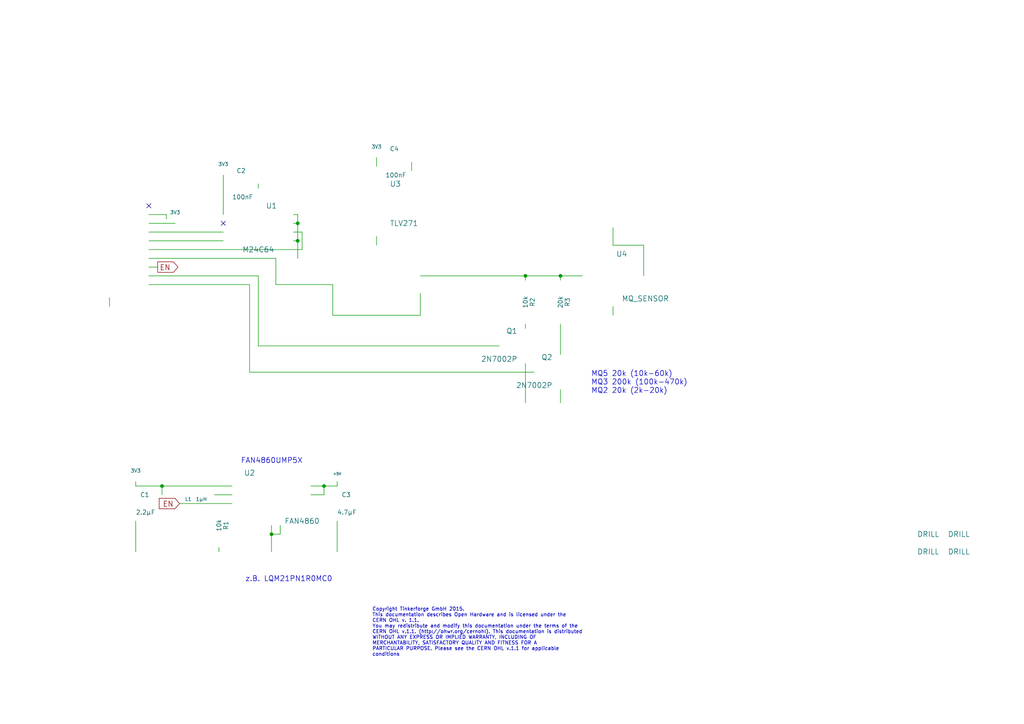
<source format=kicad_sch>
(kicad_sch (version 20230121) (generator eeschema)
  (paper "A4")
  (title_block (title "Gas") (date "02 Mär 2015") (rev "1.0") (company "Tinkerforge GmbH") (comment 1 "Licensed under CERN OHL v.1.1") (comment 2 "Copyright (©) 2015, B.Nordmeyer <bastian@tinkerforge.com>"))
  (lib_symbols)
  (junction (at 93.98 140.97))
  (junction (at 86.36 64.77))
  (junction (at 46.99 140.97))
  (junction (at 86.36 69.85))
  (junction (at 162.56 80.01))
  (junction (at 78.74 154.94))
  (junction (at 152.4 80.01))
  (no_connect (at 64.77 64.77))
  (no_connect (at 43.18 59.69))
  (wire (pts (xy 43.18 67.31) (xy 64.77 67.31)))
  (wire (pts (xy 162.56 81.28) (xy 162.56 80.01)))
  (wire (pts (xy 39.37 140.97) (xy 46.99 140.97)))
  (wire (pts (xy 97.79 140.97) (xy 97.79 139.7)))
  (wire (pts (xy 72.39 107.95) (xy 154.94 107.95)))
  (wire (pts (xy 85.09 64.77) (xy 86.36 64.77)))
  (wire (pts (xy 72.39 82.55) (xy 72.39 107.95)))
  (wire (pts (xy 72.39 82.55) (xy 43.18 82.55)))
  (wire (pts (xy 152.4 95.25) (xy 152.4 93.98)))
  (wire (pts (xy 52.07 146.05) (xy 67.31 146.05)))
  (wire (pts (xy 86.36 69.85) (xy 85.09 69.85)))
  (wire (pts (xy 162.56 102.87) (xy 162.56 93.98)))
  (wire (pts (xy 93.98 140.97) (xy 97.79 140.97)))
  (wire (pts (xy 177.8 71.12) (xy 177.8 66.04)))
  (wire (pts (xy 78.74 154.94) (xy 78.74 160.02)))
  (wire (pts (xy 85.09 67.31) (xy 87.63 67.31)))
  (wire (pts (xy 152.4 105.41) (xy 152.4 116.84)))
  (wire (pts (xy 39.37 140.97) (xy 39.37 139.7)))
  (wire (pts (xy 63.5 160.02) (xy 63.5 158.75)))
  (wire (pts (xy 86.36 69.85) (xy 86.36 74.93)))
  (wire (pts (xy 80.01 74.93) (xy 43.18 74.93)))
  (wire (pts (xy 96.52 91.44) (xy 96.52 82.55)))
  (wire (pts (xy 121.92 85.09) (xy 121.92 91.44)))
  (wire (pts (xy 109.22 45.72) (xy 109.22 48.26)))
  (wire (pts (xy 86.36 62.23) (xy 86.36 64.77)))
  (wire (pts (xy 121.92 80.01) (xy 152.4 80.01)))
  (wire (pts (xy 93.98 143.51) (xy 93.98 140.97)))
  (wire (pts (xy 39.37 151.13) (xy 39.37 160.02)))
  (wire (pts (xy 162.56 113.03) (xy 162.56 116.84)))
  (wire (pts (xy 78.74 152.4) (xy 78.74 154.94)))
  (wire (pts (xy 48.26 62.23) (xy 48.26 63.5)))
  (wire (pts (xy 31.75 88.9) (xy 31.75 86.36)))
  (wire (pts (xy 46.99 140.97) (xy 46.99 143.51)))
  (wire (pts (xy 87.63 67.31) (xy 87.63 72.39)))
  (wire (pts (xy 109.22 68.58) (xy 109.22 71.12)))
  (wire (pts (xy 43.18 80.01) (xy 74.93 80.01)))
  (wire (pts (xy 43.18 77.47) (xy 45.72 77.47)))
  (wire (pts (xy 162.56 80.01) (xy 168.91 80.01)))
  (wire (pts (xy 74.93 53.34) (xy 74.93 54.61)))
  (wire (pts (xy 90.17 143.51) (xy 93.98 143.51)))
  (wire (pts (xy 152.4 80.01) (xy 162.56 80.01)))
  (wire (pts (xy 152.4 81.28) (xy 152.4 80.01)))
  (wire (pts (xy 177.8 91.44) (xy 177.8 88.9)))
  (wire (pts (xy 64.77 50.8) (xy 64.77 62.23)))
  (wire (pts (xy 90.17 140.97) (xy 93.98 140.97)))
  (wire (pts (xy 46.99 140.97) (xy 67.31 140.97)))
  (wire (pts (xy 86.36 64.77) (xy 86.36 69.85)))
  (wire (pts (xy 81.28 154.94) (xy 78.74 154.94)))
  (wire (pts (xy 97.79 151.13) (xy 97.79 160.02)))
  (wire (pts (xy 81.28 152.4) (xy 81.28 154.94)))
  (wire (pts (xy 186.69 71.12) (xy 186.69 80.01)))
  (wire (pts (xy 80.01 74.93) (xy 80.01 82.55)))
  (wire (pts (xy 74.93 100.33) (xy 144.78 100.33)))
  (wire (pts (xy 87.63 72.39) (xy 43.18 72.39)))
  (wire (pts (xy 186.69 71.12) (xy 177.8 71.12)))
  (wire (pts (xy 96.52 82.55) (xy 80.01 82.55)))
  (wire (pts (xy 64.77 69.85) (xy 43.18 69.85)))
  (wire (pts (xy 121.92 91.44) (xy 96.52 91.44)))
  (wire (pts (xy 74.93 80.01) (xy 74.93 100.33)))
  (wire (pts (xy 43.18 64.77) (xy 50.8 64.77)))
  (wire (pts (xy 119.38 49.53) (xy 119.38 46.99)))
  (wire (pts (xy 62.23 143.51) (xy 67.31 143.51)))
  (wire (pts (xy 43.18 62.23) (xy 48.26 62.23)))
  (wire (pts (xy 85.09 62.23) (xy 86.36 62.23)))
  (text "MQ5 20k (10k-60k)\nMQ3 200k (100k-470k)\nMQ2 20k (2k-20k)" (at 171.45 114.3 0) (effects (font (size 1.524 1.524)) (justify left bottom)))
  (text "Copyright Tinkerforge GmbH 2015.\nThis documentation describes Open Hardware and is licensed under the\nCERN OHL v. 1.1.\nYou may redistribute and modify this documentation under the terms of the\nCERN OHL v.1.1. (http://ohwr.org/cernohl). This documentation is distributed\nWITHOUT ANY EXPRESS OR IMPLIED WARRANTY, INCLUDING OF\nMERCHANTABILITY, SATISFACTORY QUALITY AND FITNESS FOR A\nPARTICULAR PURPOSE. Please see the CERN OHL v.1.1 for applicable\nconditions\n" (at 107.95 190.5 0) (effects (font (size 1.016 1.016)) (justify left bottom)))
  (text "FAN4860UMP5X" (at 69.85 134.62 0) (effects (font (size 1.524 1.524)) (justify left bottom)))
  (text "z.B. LQM21PN1R0MC0" (at 71.12 168.91 0) (effects (font (size 1.524 1.524)) (justify left bottom)))
  (global_label "EN" (shape output) (at 45.72 77.47 0) (effects (font (size 1.524 1.524))) (property "Intersheetrefs" "${INTERSHEET_REFS}" (effects hide)))
  (global_label "EN" (shape input) (at 52.07 146.05 180) (effects (font (size 1.524 1.524))) (property "Intersheetrefs" "${INTERSHEET_REFS}" (effects hide)))
  (symbol (lib_id "DRILL") (at 278.13 154.94 0) (unit 1)
    (property "Reference" "U7" (effects hide))
    (property "Value" "DRILL" (at 278.13 154.94 0) (effects (font (size 1.524 1.524))))
    (property "Footprint" "DRILL_NP" (effects hide))
  )
  (symbol (lib_id "DRILL") (at 278.13 160.02 0) (unit 1)
    (property "Reference" "U8" (effects hide))
    (property "Value" "DRILL" (at 278.13 160.02 0) (effects (font (size 1.524 1.524))))
    (property "Footprint" "DRILL_NP" (effects hide))
  )
  (symbol (lib_id "DRILL") (at 269.24 154.94 0) (unit 1)
    (property "Reference" "U5" (effects hide))
    (property "Value" "DRILL" (at 269.24 154.94 0) (effects (font (size 1.524 1.524))))
    (property "Footprint" "DRILL_NP" (effects hide))
  )
  (symbol (lib_id "DRILL") (at 269.24 160.02 0) (unit 1)
    (property "Reference" "U6" (effects hide))
    (property "Value" "DRILL" (at 269.24 160.02 0) (effects (font (size 1.524 1.524))))
    (property "Footprint" "DRILL_NP" (effects hide))
  )
  (symbol (lib_id "CON-SENSOR") (at 31.75 71.12 0) (mirror y) (unit 1)
    (property "Reference" "P1" (at 38.1 57.15 0) (effects (font (size 1.524 1.524))))
    (property "Value" "CON-SENSOR" (at 26.67 71.12 90) (effects (font (size 1.524 1.524))))
    (property "Footprint" "CON-SENSOR" (effects hide))
  )
  (symbol (lib_id "FAN4860") (at 78.74 143.51 0) (unit 1)
    (property "Reference" "U2" (at 72.39 137.16 0) (effects (font (size 1.524 1.524))))
    (property "Value" "FAN4860" (at 87.63 151.13 0) (effects (font (size 1.524 1.524))))
    (property "Footprint" "UMLP_22" (effects hide))
  )
  (symbol (lib_id "INDUCTOR") (at 54.61 143.51 90) (unit 1)
    (property "Reference" "L1" (at 54.61 144.78 90) (effects (font (size 1.016 1.016))))
    (property "Value" "1µH" (at 58.42 144.78 90) (effects (font (size 1.016 1.016))))
    (property "Footprint" "0805" (effects hide))
  )
  (symbol (lib_id "GND") (at 78.74 160.02 0) (unit 1)
    (property "Reference" "#PWR01" (effects hide))
    (property "Value" "GND" (effects hide))
  )
  (symbol (lib_id "C") (at 39.37 146.05 0) (unit 1)
    (property "Reference" "C1" (at 40.64 143.51 0) (effects (justify left)))
    (property "Value" "2.2µF" (at 39.37 148.59 0) (effects (justify left)))
    (property "Footprint" "0603" (effects hide))
  )
  (symbol (lib_id "GND") (at 39.37 160.02 0) (unit 1)
    (property "Reference" "#PWR02" (effects hide))
    (property "Value" "GND" (effects hide))
  )
  (symbol (lib_id "C") (at 97.79 146.05 0) (unit 1)
    (property "Reference" "C3" (at 99.06 143.51 0) (effects (justify left)))
    (property "Value" "4.7µF" (at 97.79 148.59 0) (effects (justify left)))
    (property "Footprint" "0603" (effects hide))
  )
  (symbol (lib_id "GND") (at 97.79 160.02 0) (unit 1)
    (property "Reference" "#PWR03" (effects hide))
    (property "Value" "GND" (effects hide))
  )
  (symbol (lib_id "+5V") (at 97.79 139.7 0) (unit 1)
    (property "Reference" "#PWR04" (effects hide))
    (property "Value" "+5V" (at 97.79 137.414 0) (effects (font (size 0.762 0.762))))
  )
  (symbol (lib_id "3V3") (at 39.37 139.7 0) (unit 1)
    (property "Reference" "#PWR05" (effects hide))
    (property "Value" "3V3" (at 39.37 136.525 0) (effects (font (size 1.016 1.016))))
  )
  (symbol (lib_id "GND") (at 48.26 63.5 0) (unit 1)
    (property "Reference" "#PWR06" (effects hide))
    (property "Value" "GND" (effects hide))
  )
  (symbol (lib_id "3V3") (at 50.8 64.77 0) (unit 1)
    (property "Reference" "#PWR07" (effects hide))
    (property "Value" "3V3" (at 50.8 61.595 0) (effects (font (size 1.016 1.016))))
  )
  (symbol (lib_id "R") (at 63.5 152.4 0) (unit 1)
    (property "Reference" "R1" (at 65.532 152.4 90))
    (property "Value" "10k" (at 63.5 152.4 90))
    (property "Footprint" "0603" (effects hide))
  )
  (symbol (lib_id "GND") (at 63.5 160.02 0) (unit 1)
    (property "Reference" "#PWR08" (effects hide))
    (property "Value" "GND" (effects hide))
  )
  (symbol (lib_id "CAT24C") (at 74.93 72.39 0) (mirror y) (unit 1)
    (property "Reference" "U1" (at 78.74 59.69 0) (effects (font (size 1.524 1.524))))
    (property "Value" "M24C64" (at 74.93 72.39 0) (effects (font (size 1.524 1.524))))
    (property "Footprint" "SOIC8" (effects hide))
  )
  (symbol (lib_id "C") (at 69.85 53.34 270) (unit 1)
    (property "Reference" "C2" (at 68.58 49.53 90) (effects (justify left)))
    (property "Value" "100nF" (at 67.31 57.15 90) (effects (justify left)))
    (property "Footprint" "0603" (effects hide))
  )
  (symbol (lib_id "GND") (at 74.93 54.61 0) (unit 1)
    (property "Reference" "#PWR09" (effects hide))
    (property "Value" "GND" (effects hide))
  )
  (symbol (lib_id "3V3") (at 64.77 50.8 0) (unit 1)
    (property "Reference" "#PWR010" (effects hide))
    (property "Value" "3V3" (at 64.77 47.625 0) (effects (font (size 1.016 1.016))))
  )
  (symbol (lib_id "GND") (at 86.36 74.93 0) (unit 1)
    (property "Reference" "#PWR011" (effects hide))
    (property "Value" "GND" (effects hide))
  )
  (symbol (lib_id "MOQ_SENSOR") (at 177.8 80.01 0) (unit 1)
    (property "Reference" "U4" (at 180.34 73.66 0) (effects (font (size 1.524 1.524))))
    (property "Value" "MQ_SENSOR" (at 187.198 86.614 0) (effects (font (size 1.524 1.524))))
    (property "Footprint" "MQ_SENSOR" (effects hide))
  )
  (symbol (lib_id "+5V") (at 177.8 66.04 0) (unit 1)
    (property "Reference" "#PWR012" (effects hide))
    (property "Value" "+5V" (at 177.8 63.754 0) (effects (font (size 0.762 0.762))))
  )
  (symbol (lib_id "GND") (at 177.8 91.44 0) (unit 1)
    (property "Reference" "#PWR013" (effects hide))
    (property "Value" "GND" (effects hide))
  )
  (symbol (lib_id "R") (at 152.4 87.63 0) (unit 1)
    (property "Reference" "R2" (at 154.432 87.63 90))
    (property "Value" "10k" (at 152.4 87.63 90))
    (property "Footprint" "0603" (effects hide))
  )
  (symbol (lib_id "R") (at 162.56 87.63 0) (unit 1)
    (property "Reference" "R3" (at 164.592 87.63 90))
    (property "Value" "20k" (at 162.56 87.63 90))
    (property "Footprint" "0603" (effects hide))
  )
  (symbol (lib_id "MOSFET_N") (at 149.86 100.33 0) (unit 1)
    (property "Reference" "Q1" (at 150.114 96.012 0) (effects (font (size 1.524 1.524)) (justify right)))
    (property "Value" "2N7002P" (at 150.114 104.14 0) (effects (font (size 1.524 1.524)) (justify right)))
    (property "Footprint" "SOT23GDS" (effects hide))
  )
  (symbol (lib_id "GND") (at 162.56 116.84 0) (unit 1)
    (property "Reference" "#PWR014" (effects hide))
    (property "Value" "GND" (effects hide))
  )
  (symbol (lib_id "GND") (at 152.4 116.84 0) (unit 1)
    (property "Reference" "#PWR015" (effects hide))
    (property "Value" "GND" (effects hide))
  )
  (symbol (lib_id "MOSFET_N") (at 160.02 107.95 0) (unit 1)
    (property "Reference" "Q2" (at 160.274 103.632 0) (effects (font (size 1.524 1.524)) (justify right)))
    (property "Value" "2N7002P" (at 160.274 111.76 0) (effects (font (size 1.524 1.524)) (justify right)))
    (property "Footprint" "SOT23GDS" (effects hide))
  )
  (symbol (lib_id "GND") (at 31.75 88.9 0) (unit 1)
    (property "Reference" "#PWR016" (effects hide))
    (property "Value" "GND" (effects hide))
  )
  (symbol (lib_id "TLV271") (at 109.22 82.55 0) (mirror y) (unit 1)
    (property "Reference" "U3" (at 105.41 77.47 0) (effects (font (size 1.524 1.524)) (justify left)))
    (property "Value" "TLV271" (at 105.41 88.9 0) (effects (font (size 1.524 1.524)) (justify left)))
    (property "Footprint" "SOT23-5" (effects hide))
  )
  (symbol (lib_id "TLV271") (at 109.22 58.42 0) (unit 2)
    (property "Reference" "U3" (at 113.03 53.34 0) (effects (font (size 1.524 1.524)) (justify left)))
    (property "Value" "TLV271" (at 113.03 64.77 0) (effects (font (size 1.524 1.524)) (justify left)))
    (property "Footprint" "SOT23-5" (effects hide))
  )
  (symbol (lib_id "GND") (at 109.22 71.12 0) (unit 1)
    (property "Reference" "#PWR017" (effects hide))
    (property "Value" "GND" (effects hide))
  )
  (symbol (lib_id "3V3") (at 109.22 45.72 0) (unit 1)
    (property "Reference" "#PWR018" (effects hide))
    (property "Value" "3V3" (at 109.22 42.545 0) (effects (font (size 1.016 1.016))))
  )
  (symbol (lib_id "C") (at 114.3 46.99 270) (unit 1)
    (property "Reference" "C4" (at 113.03 43.18 90) (effects (justify left)))
    (property "Value" "100nF" (at 111.76 50.8 90) (effects (justify left)))
    (property "Footprint" "0603" (effects hide))
  )
  (symbol (lib_id "GND") (at 119.38 49.53 0) (unit 1)
    (property "Reference" "#PWR019" (effects hide))
    (property "Value" "GND" (effects hide))
  )
)
</source>
